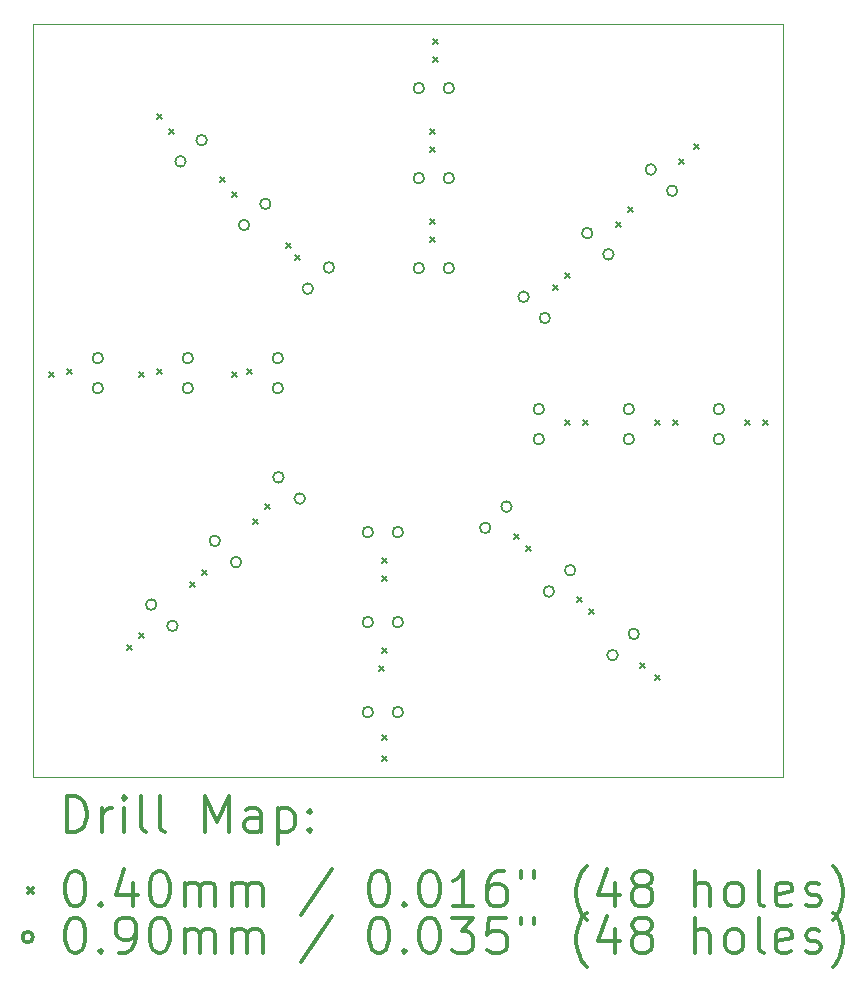
<source format=gbr>
%FSLAX45Y45*%
G04 Gerber Fmt 4.5, Leading zero omitted, Abs format (unit mm)*
G04 Created by KiCad (PCBNEW (5.1.9)-1) date 2025-04-10 23:31:55*
%MOMM*%
%LPD*%
G01*
G04 APERTURE LIST*
%TA.AperFunction,Profile*%
%ADD10C,0.050000*%
%TD*%
%ADD11C,0.200000*%
%ADD12C,0.300000*%
G04 APERTURE END LIST*
D10*
X19050000Y-7874000D02*
X19050000Y-11455400D01*
X12700000Y-7874000D02*
X19050000Y-7874000D01*
X12700000Y-14249400D02*
X12700000Y-7874000D01*
X19050000Y-14249400D02*
X12700000Y-14249400D01*
X19050000Y-11455400D02*
X19050000Y-14249400D01*
D11*
X12832400Y-10825800D02*
X12872400Y-10865800D01*
X12872400Y-10825800D02*
X12832400Y-10865800D01*
X12984800Y-10800400D02*
X13024800Y-10840400D01*
X13024800Y-10800400D02*
X12984800Y-10840400D01*
X13492800Y-13137200D02*
X13532800Y-13177200D01*
X13532800Y-13137200D02*
X13492800Y-13177200D01*
X13594400Y-10825800D02*
X13634400Y-10865800D01*
X13634400Y-10825800D02*
X13594400Y-10865800D01*
X13594400Y-13035600D02*
X13634400Y-13075600D01*
X13634400Y-13035600D02*
X13594400Y-13075600D01*
X13746800Y-8641400D02*
X13786800Y-8681400D01*
X13786800Y-8641400D02*
X13746800Y-8681400D01*
X13746800Y-10800400D02*
X13786800Y-10840400D01*
X13786800Y-10800400D02*
X13746800Y-10840400D01*
X13848400Y-8768400D02*
X13888400Y-8808400D01*
X13888400Y-8768400D02*
X13848400Y-8808400D01*
X14026200Y-12603800D02*
X14066200Y-12643800D01*
X14066200Y-12603800D02*
X14026200Y-12643800D01*
X14127800Y-12502200D02*
X14167800Y-12542200D01*
X14167800Y-12502200D02*
X14127800Y-12542200D01*
X14280200Y-9174800D02*
X14320200Y-9214800D01*
X14320200Y-9174800D02*
X14280200Y-9214800D01*
X14381800Y-9301800D02*
X14421800Y-9341800D01*
X14421800Y-9301800D02*
X14381800Y-9341800D01*
X14381800Y-10825800D02*
X14421800Y-10865800D01*
X14421800Y-10825800D02*
X14381800Y-10865800D01*
X14508800Y-10800400D02*
X14548800Y-10840400D01*
X14548800Y-10800400D02*
X14508800Y-10840400D01*
X14559600Y-12070400D02*
X14599600Y-12110400D01*
X14599600Y-12070400D02*
X14559600Y-12110400D01*
X14661200Y-11943400D02*
X14701200Y-11983400D01*
X14701200Y-11943400D02*
X14661200Y-11983400D01*
X14839000Y-9733600D02*
X14879000Y-9773600D01*
X14879000Y-9733600D02*
X14839000Y-9773600D01*
X14915200Y-9835200D02*
X14955200Y-9875200D01*
X14955200Y-9835200D02*
X14915200Y-9875200D01*
X15626400Y-13315000D02*
X15666400Y-13355000D01*
X15666400Y-13315000D02*
X15626400Y-13355000D01*
X15651800Y-12400600D02*
X15691800Y-12440600D01*
X15691800Y-12400600D02*
X15651800Y-12440600D01*
X15651800Y-12553000D02*
X15691800Y-12593000D01*
X15691800Y-12553000D02*
X15651800Y-12593000D01*
X15651800Y-13162600D02*
X15691800Y-13202600D01*
X15691800Y-13162600D02*
X15651800Y-13202600D01*
X15651800Y-13899200D02*
X15691800Y-13939200D01*
X15691800Y-13899200D02*
X15651800Y-13939200D01*
X15651800Y-14077000D02*
X15691800Y-14117000D01*
X15691800Y-14077000D02*
X15651800Y-14117000D01*
X16058200Y-8768400D02*
X16098200Y-8808400D01*
X16098200Y-8768400D02*
X16058200Y-8808400D01*
X16058200Y-8920800D02*
X16098200Y-8960800D01*
X16098200Y-8920800D02*
X16058200Y-8960800D01*
X16058200Y-9530400D02*
X16098200Y-9570400D01*
X16098200Y-9530400D02*
X16058200Y-9570400D01*
X16058200Y-9682800D02*
X16098200Y-9722800D01*
X16098200Y-9682800D02*
X16058200Y-9722800D01*
X16083600Y-8006400D02*
X16123600Y-8046400D01*
X16123600Y-8006400D02*
X16083600Y-8046400D01*
X16083600Y-8158800D02*
X16123600Y-8198800D01*
X16123600Y-8158800D02*
X16083600Y-8198800D01*
X16769400Y-12197400D02*
X16809400Y-12237400D01*
X16809400Y-12197400D02*
X16769400Y-12237400D01*
X16871000Y-12299000D02*
X16911000Y-12339000D01*
X16911000Y-12299000D02*
X16871000Y-12339000D01*
X17099600Y-10089200D02*
X17139600Y-10129200D01*
X17139600Y-10089200D02*
X17099600Y-10129200D01*
X17201200Y-9987600D02*
X17241200Y-10027600D01*
X17241200Y-9987600D02*
X17201200Y-10027600D01*
X17201200Y-11232200D02*
X17241200Y-11272200D01*
X17241200Y-11232200D02*
X17201200Y-11272200D01*
X17302800Y-12730800D02*
X17342800Y-12770800D01*
X17342800Y-12730800D02*
X17302800Y-12770800D01*
X17353600Y-11232200D02*
X17393600Y-11272200D01*
X17393600Y-11232200D02*
X17353600Y-11272200D01*
X17404400Y-12832400D02*
X17444400Y-12872400D01*
X17444400Y-12832400D02*
X17404400Y-12872400D01*
X17633000Y-9555800D02*
X17673000Y-9595800D01*
X17673000Y-9555800D02*
X17633000Y-9595800D01*
X17734600Y-9428800D02*
X17774600Y-9468800D01*
X17774600Y-9428800D02*
X17734600Y-9468800D01*
X17836200Y-13289600D02*
X17876200Y-13329600D01*
X17876200Y-13289600D02*
X17836200Y-13329600D01*
X17963200Y-11232200D02*
X18003200Y-11272200D01*
X18003200Y-11232200D02*
X17963200Y-11272200D01*
X17963200Y-13391200D02*
X18003200Y-13431200D01*
X18003200Y-13391200D02*
X17963200Y-13431200D01*
X18115600Y-11232200D02*
X18155600Y-11272200D01*
X18155600Y-11232200D02*
X18115600Y-11272200D01*
X18166400Y-9022400D02*
X18206400Y-9062400D01*
X18206400Y-9022400D02*
X18166400Y-9062400D01*
X18293400Y-8895400D02*
X18333400Y-8935400D01*
X18333400Y-8895400D02*
X18293400Y-8935400D01*
X18725200Y-11232200D02*
X18765200Y-11272200D01*
X18765200Y-11232200D02*
X18725200Y-11272200D01*
X18877600Y-11232200D02*
X18917600Y-11272200D01*
X18917600Y-11232200D02*
X18877600Y-11272200D01*
X13291100Y-10706100D02*
G75*
G03*
X13291100Y-10706100I-45000J0D01*
G01*
X13291100Y-10960100D02*
G75*
G03*
X13291100Y-10960100I-45000J0D01*
G01*
X13742811Y-12792853D02*
G75*
G03*
X13742811Y-12792853I-45000J0D01*
G01*
X13922416Y-12972458D02*
G75*
G03*
X13922416Y-12972458I-45000J0D01*
G01*
X13990956Y-9040631D02*
G75*
G03*
X13990956Y-9040631I-45000J0D01*
G01*
X14053100Y-10706100D02*
G75*
G03*
X14053100Y-10706100I-45000J0D01*
G01*
X14053100Y-10960100D02*
G75*
G03*
X14053100Y-10960100I-45000J0D01*
G01*
X14170561Y-8861026D02*
G75*
G03*
X14170561Y-8861026I-45000J0D01*
G01*
X14281627Y-12254038D02*
G75*
G03*
X14281627Y-12254038I-45000J0D01*
G01*
X14461232Y-12433643D02*
G75*
G03*
X14461232Y-12433643I-45000J0D01*
G01*
X14529771Y-9579446D02*
G75*
G03*
X14529771Y-9579446I-45000J0D01*
G01*
X14709376Y-9399841D02*
G75*
G03*
X14709376Y-9399841I-45000J0D01*
G01*
X14815100Y-10706100D02*
G75*
G03*
X14815100Y-10706100I-45000J0D01*
G01*
X14815100Y-10960100D02*
G75*
G03*
X14815100Y-10960100I-45000J0D01*
G01*
X14820442Y-11715223D02*
G75*
G03*
X14820442Y-11715223I-45000J0D01*
G01*
X15000047Y-11894828D02*
G75*
G03*
X15000047Y-11894828I-45000J0D01*
G01*
X15068587Y-10118262D02*
G75*
G03*
X15068587Y-10118262I-45000J0D01*
G01*
X15248192Y-9938656D02*
G75*
G03*
X15248192Y-9938656I-45000J0D01*
G01*
X15577100Y-12179300D02*
G75*
G03*
X15577100Y-12179300I-45000J0D01*
G01*
X15577100Y-12941300D02*
G75*
G03*
X15577100Y-12941300I-45000J0D01*
G01*
X15577100Y-13703300D02*
G75*
G03*
X15577100Y-13703300I-45000J0D01*
G01*
X15831100Y-12179300D02*
G75*
G03*
X15831100Y-12179300I-45000J0D01*
G01*
X15831100Y-12941300D02*
G75*
G03*
X15831100Y-12941300I-45000J0D01*
G01*
X15831100Y-13703300D02*
G75*
G03*
X15831100Y-13703300I-45000J0D01*
G01*
X16008900Y-8420100D02*
G75*
G03*
X16008900Y-8420100I-45000J0D01*
G01*
X16008900Y-9182100D02*
G75*
G03*
X16008900Y-9182100I-45000J0D01*
G01*
X16008900Y-9944100D02*
G75*
G03*
X16008900Y-9944100I-45000J0D01*
G01*
X16262900Y-8420100D02*
G75*
G03*
X16262900Y-8420100I-45000J0D01*
G01*
X16262900Y-9182100D02*
G75*
G03*
X16262900Y-9182100I-45000J0D01*
G01*
X16262900Y-9944100D02*
G75*
G03*
X16262900Y-9944100I-45000J0D01*
G01*
X16571502Y-12142928D02*
G75*
G03*
X16571502Y-12142928I-45000J0D01*
G01*
X16751107Y-11963323D02*
G75*
G03*
X16751107Y-11963323I-45000J0D01*
G01*
X16896059Y-10186757D02*
G75*
G03*
X16896059Y-10186757I-45000J0D01*
G01*
X17024900Y-11137900D02*
G75*
G03*
X17024900Y-11137900I-45000J0D01*
G01*
X17024900Y-11391900D02*
G75*
G03*
X17024900Y-11391900I-45000J0D01*
G01*
X17075664Y-10366362D02*
G75*
G03*
X17075664Y-10366362I-45000J0D01*
G01*
X17110318Y-12681744D02*
G75*
G03*
X17110318Y-12681744I-45000J0D01*
G01*
X17289923Y-12502138D02*
G75*
G03*
X17289923Y-12502138I-45000J0D01*
G01*
X17434874Y-9647942D02*
G75*
G03*
X17434874Y-9647942I-45000J0D01*
G01*
X17614479Y-9827547D02*
G75*
G03*
X17614479Y-9827547I-45000J0D01*
G01*
X17649133Y-13220559D02*
G75*
G03*
X17649133Y-13220559I-45000J0D01*
G01*
X17786900Y-11137900D02*
G75*
G03*
X17786900Y-11137900I-45000J0D01*
G01*
X17786900Y-11391900D02*
G75*
G03*
X17786900Y-11391900I-45000J0D01*
G01*
X17828738Y-13040954D02*
G75*
G03*
X17828738Y-13040954I-45000J0D01*
G01*
X17973690Y-9109126D02*
G75*
G03*
X17973690Y-9109126I-45000J0D01*
G01*
X18153295Y-9288731D02*
G75*
G03*
X18153295Y-9288731I-45000J0D01*
G01*
X18548900Y-11137900D02*
G75*
G03*
X18548900Y-11137900I-45000J0D01*
G01*
X18548900Y-11391900D02*
G75*
G03*
X18548900Y-11391900I-45000J0D01*
G01*
D12*
X12983928Y-14717614D02*
X12983928Y-14417614D01*
X13055357Y-14417614D01*
X13098214Y-14431900D01*
X13126786Y-14460471D01*
X13141071Y-14489043D01*
X13155357Y-14546186D01*
X13155357Y-14589043D01*
X13141071Y-14646186D01*
X13126786Y-14674757D01*
X13098214Y-14703329D01*
X13055357Y-14717614D01*
X12983928Y-14717614D01*
X13283928Y-14717614D02*
X13283928Y-14517614D01*
X13283928Y-14574757D02*
X13298214Y-14546186D01*
X13312500Y-14531900D01*
X13341071Y-14517614D01*
X13369643Y-14517614D01*
X13469643Y-14717614D02*
X13469643Y-14517614D01*
X13469643Y-14417614D02*
X13455357Y-14431900D01*
X13469643Y-14446186D01*
X13483928Y-14431900D01*
X13469643Y-14417614D01*
X13469643Y-14446186D01*
X13655357Y-14717614D02*
X13626786Y-14703329D01*
X13612500Y-14674757D01*
X13612500Y-14417614D01*
X13812500Y-14717614D02*
X13783928Y-14703329D01*
X13769643Y-14674757D01*
X13769643Y-14417614D01*
X14155357Y-14717614D02*
X14155357Y-14417614D01*
X14255357Y-14631900D01*
X14355357Y-14417614D01*
X14355357Y-14717614D01*
X14626786Y-14717614D02*
X14626786Y-14560471D01*
X14612500Y-14531900D01*
X14583928Y-14517614D01*
X14526786Y-14517614D01*
X14498214Y-14531900D01*
X14626786Y-14703329D02*
X14598214Y-14717614D01*
X14526786Y-14717614D01*
X14498214Y-14703329D01*
X14483928Y-14674757D01*
X14483928Y-14646186D01*
X14498214Y-14617614D01*
X14526786Y-14603329D01*
X14598214Y-14603329D01*
X14626786Y-14589043D01*
X14769643Y-14517614D02*
X14769643Y-14817614D01*
X14769643Y-14531900D02*
X14798214Y-14517614D01*
X14855357Y-14517614D01*
X14883928Y-14531900D01*
X14898214Y-14546186D01*
X14912500Y-14574757D01*
X14912500Y-14660471D01*
X14898214Y-14689043D01*
X14883928Y-14703329D01*
X14855357Y-14717614D01*
X14798214Y-14717614D01*
X14769643Y-14703329D01*
X15041071Y-14689043D02*
X15055357Y-14703329D01*
X15041071Y-14717614D01*
X15026786Y-14703329D01*
X15041071Y-14689043D01*
X15041071Y-14717614D01*
X15041071Y-14531900D02*
X15055357Y-14546186D01*
X15041071Y-14560471D01*
X15026786Y-14546186D01*
X15041071Y-14531900D01*
X15041071Y-14560471D01*
X12657500Y-15191900D02*
X12697500Y-15231900D01*
X12697500Y-15191900D02*
X12657500Y-15231900D01*
X13041071Y-15047614D02*
X13069643Y-15047614D01*
X13098214Y-15061900D01*
X13112500Y-15076186D01*
X13126786Y-15104757D01*
X13141071Y-15161900D01*
X13141071Y-15233329D01*
X13126786Y-15290471D01*
X13112500Y-15319043D01*
X13098214Y-15333329D01*
X13069643Y-15347614D01*
X13041071Y-15347614D01*
X13012500Y-15333329D01*
X12998214Y-15319043D01*
X12983928Y-15290471D01*
X12969643Y-15233329D01*
X12969643Y-15161900D01*
X12983928Y-15104757D01*
X12998214Y-15076186D01*
X13012500Y-15061900D01*
X13041071Y-15047614D01*
X13269643Y-15319043D02*
X13283928Y-15333329D01*
X13269643Y-15347614D01*
X13255357Y-15333329D01*
X13269643Y-15319043D01*
X13269643Y-15347614D01*
X13541071Y-15147614D02*
X13541071Y-15347614D01*
X13469643Y-15033329D02*
X13398214Y-15247614D01*
X13583928Y-15247614D01*
X13755357Y-15047614D02*
X13783928Y-15047614D01*
X13812500Y-15061900D01*
X13826786Y-15076186D01*
X13841071Y-15104757D01*
X13855357Y-15161900D01*
X13855357Y-15233329D01*
X13841071Y-15290471D01*
X13826786Y-15319043D01*
X13812500Y-15333329D01*
X13783928Y-15347614D01*
X13755357Y-15347614D01*
X13726786Y-15333329D01*
X13712500Y-15319043D01*
X13698214Y-15290471D01*
X13683928Y-15233329D01*
X13683928Y-15161900D01*
X13698214Y-15104757D01*
X13712500Y-15076186D01*
X13726786Y-15061900D01*
X13755357Y-15047614D01*
X13983928Y-15347614D02*
X13983928Y-15147614D01*
X13983928Y-15176186D02*
X13998214Y-15161900D01*
X14026786Y-15147614D01*
X14069643Y-15147614D01*
X14098214Y-15161900D01*
X14112500Y-15190471D01*
X14112500Y-15347614D01*
X14112500Y-15190471D02*
X14126786Y-15161900D01*
X14155357Y-15147614D01*
X14198214Y-15147614D01*
X14226786Y-15161900D01*
X14241071Y-15190471D01*
X14241071Y-15347614D01*
X14383928Y-15347614D02*
X14383928Y-15147614D01*
X14383928Y-15176186D02*
X14398214Y-15161900D01*
X14426786Y-15147614D01*
X14469643Y-15147614D01*
X14498214Y-15161900D01*
X14512500Y-15190471D01*
X14512500Y-15347614D01*
X14512500Y-15190471D02*
X14526786Y-15161900D01*
X14555357Y-15147614D01*
X14598214Y-15147614D01*
X14626786Y-15161900D01*
X14641071Y-15190471D01*
X14641071Y-15347614D01*
X15226786Y-15033329D02*
X14969643Y-15419043D01*
X15612500Y-15047614D02*
X15641071Y-15047614D01*
X15669643Y-15061900D01*
X15683928Y-15076186D01*
X15698214Y-15104757D01*
X15712500Y-15161900D01*
X15712500Y-15233329D01*
X15698214Y-15290471D01*
X15683928Y-15319043D01*
X15669643Y-15333329D01*
X15641071Y-15347614D01*
X15612500Y-15347614D01*
X15583928Y-15333329D01*
X15569643Y-15319043D01*
X15555357Y-15290471D01*
X15541071Y-15233329D01*
X15541071Y-15161900D01*
X15555357Y-15104757D01*
X15569643Y-15076186D01*
X15583928Y-15061900D01*
X15612500Y-15047614D01*
X15841071Y-15319043D02*
X15855357Y-15333329D01*
X15841071Y-15347614D01*
X15826786Y-15333329D01*
X15841071Y-15319043D01*
X15841071Y-15347614D01*
X16041071Y-15047614D02*
X16069643Y-15047614D01*
X16098214Y-15061900D01*
X16112500Y-15076186D01*
X16126786Y-15104757D01*
X16141071Y-15161900D01*
X16141071Y-15233329D01*
X16126786Y-15290471D01*
X16112500Y-15319043D01*
X16098214Y-15333329D01*
X16069643Y-15347614D01*
X16041071Y-15347614D01*
X16012500Y-15333329D01*
X15998214Y-15319043D01*
X15983928Y-15290471D01*
X15969643Y-15233329D01*
X15969643Y-15161900D01*
X15983928Y-15104757D01*
X15998214Y-15076186D01*
X16012500Y-15061900D01*
X16041071Y-15047614D01*
X16426786Y-15347614D02*
X16255357Y-15347614D01*
X16341071Y-15347614D02*
X16341071Y-15047614D01*
X16312500Y-15090471D01*
X16283928Y-15119043D01*
X16255357Y-15133329D01*
X16683928Y-15047614D02*
X16626786Y-15047614D01*
X16598214Y-15061900D01*
X16583928Y-15076186D01*
X16555357Y-15119043D01*
X16541071Y-15176186D01*
X16541071Y-15290471D01*
X16555357Y-15319043D01*
X16569643Y-15333329D01*
X16598214Y-15347614D01*
X16655357Y-15347614D01*
X16683928Y-15333329D01*
X16698214Y-15319043D01*
X16712500Y-15290471D01*
X16712500Y-15219043D01*
X16698214Y-15190471D01*
X16683928Y-15176186D01*
X16655357Y-15161900D01*
X16598214Y-15161900D01*
X16569643Y-15176186D01*
X16555357Y-15190471D01*
X16541071Y-15219043D01*
X16826786Y-15047614D02*
X16826786Y-15104757D01*
X16941071Y-15047614D02*
X16941071Y-15104757D01*
X17383928Y-15461900D02*
X17369643Y-15447614D01*
X17341071Y-15404757D01*
X17326786Y-15376186D01*
X17312500Y-15333329D01*
X17298214Y-15261900D01*
X17298214Y-15204757D01*
X17312500Y-15133329D01*
X17326786Y-15090471D01*
X17341071Y-15061900D01*
X17369643Y-15019043D01*
X17383928Y-15004757D01*
X17626786Y-15147614D02*
X17626786Y-15347614D01*
X17555357Y-15033329D02*
X17483928Y-15247614D01*
X17669643Y-15247614D01*
X17826786Y-15176186D02*
X17798214Y-15161900D01*
X17783928Y-15147614D01*
X17769643Y-15119043D01*
X17769643Y-15104757D01*
X17783928Y-15076186D01*
X17798214Y-15061900D01*
X17826786Y-15047614D01*
X17883928Y-15047614D01*
X17912500Y-15061900D01*
X17926786Y-15076186D01*
X17941071Y-15104757D01*
X17941071Y-15119043D01*
X17926786Y-15147614D01*
X17912500Y-15161900D01*
X17883928Y-15176186D01*
X17826786Y-15176186D01*
X17798214Y-15190471D01*
X17783928Y-15204757D01*
X17769643Y-15233329D01*
X17769643Y-15290471D01*
X17783928Y-15319043D01*
X17798214Y-15333329D01*
X17826786Y-15347614D01*
X17883928Y-15347614D01*
X17912500Y-15333329D01*
X17926786Y-15319043D01*
X17941071Y-15290471D01*
X17941071Y-15233329D01*
X17926786Y-15204757D01*
X17912500Y-15190471D01*
X17883928Y-15176186D01*
X18298214Y-15347614D02*
X18298214Y-15047614D01*
X18426786Y-15347614D02*
X18426786Y-15190471D01*
X18412500Y-15161900D01*
X18383928Y-15147614D01*
X18341071Y-15147614D01*
X18312500Y-15161900D01*
X18298214Y-15176186D01*
X18612500Y-15347614D02*
X18583928Y-15333329D01*
X18569643Y-15319043D01*
X18555357Y-15290471D01*
X18555357Y-15204757D01*
X18569643Y-15176186D01*
X18583928Y-15161900D01*
X18612500Y-15147614D01*
X18655357Y-15147614D01*
X18683928Y-15161900D01*
X18698214Y-15176186D01*
X18712500Y-15204757D01*
X18712500Y-15290471D01*
X18698214Y-15319043D01*
X18683928Y-15333329D01*
X18655357Y-15347614D01*
X18612500Y-15347614D01*
X18883928Y-15347614D02*
X18855357Y-15333329D01*
X18841071Y-15304757D01*
X18841071Y-15047614D01*
X19112500Y-15333329D02*
X19083928Y-15347614D01*
X19026786Y-15347614D01*
X18998214Y-15333329D01*
X18983928Y-15304757D01*
X18983928Y-15190471D01*
X18998214Y-15161900D01*
X19026786Y-15147614D01*
X19083928Y-15147614D01*
X19112500Y-15161900D01*
X19126786Y-15190471D01*
X19126786Y-15219043D01*
X18983928Y-15247614D01*
X19241071Y-15333329D02*
X19269643Y-15347614D01*
X19326786Y-15347614D01*
X19355357Y-15333329D01*
X19369643Y-15304757D01*
X19369643Y-15290471D01*
X19355357Y-15261900D01*
X19326786Y-15247614D01*
X19283928Y-15247614D01*
X19255357Y-15233329D01*
X19241071Y-15204757D01*
X19241071Y-15190471D01*
X19255357Y-15161900D01*
X19283928Y-15147614D01*
X19326786Y-15147614D01*
X19355357Y-15161900D01*
X19469643Y-15461900D02*
X19483928Y-15447614D01*
X19512500Y-15404757D01*
X19526786Y-15376186D01*
X19541071Y-15333329D01*
X19555357Y-15261900D01*
X19555357Y-15204757D01*
X19541071Y-15133329D01*
X19526786Y-15090471D01*
X19512500Y-15061900D01*
X19483928Y-15019043D01*
X19469643Y-15004757D01*
X12697500Y-15607900D02*
G75*
G03*
X12697500Y-15607900I-45000J0D01*
G01*
X13041071Y-15443614D02*
X13069643Y-15443614D01*
X13098214Y-15457900D01*
X13112500Y-15472186D01*
X13126786Y-15500757D01*
X13141071Y-15557900D01*
X13141071Y-15629329D01*
X13126786Y-15686471D01*
X13112500Y-15715043D01*
X13098214Y-15729329D01*
X13069643Y-15743614D01*
X13041071Y-15743614D01*
X13012500Y-15729329D01*
X12998214Y-15715043D01*
X12983928Y-15686471D01*
X12969643Y-15629329D01*
X12969643Y-15557900D01*
X12983928Y-15500757D01*
X12998214Y-15472186D01*
X13012500Y-15457900D01*
X13041071Y-15443614D01*
X13269643Y-15715043D02*
X13283928Y-15729329D01*
X13269643Y-15743614D01*
X13255357Y-15729329D01*
X13269643Y-15715043D01*
X13269643Y-15743614D01*
X13426786Y-15743614D02*
X13483928Y-15743614D01*
X13512500Y-15729329D01*
X13526786Y-15715043D01*
X13555357Y-15672186D01*
X13569643Y-15615043D01*
X13569643Y-15500757D01*
X13555357Y-15472186D01*
X13541071Y-15457900D01*
X13512500Y-15443614D01*
X13455357Y-15443614D01*
X13426786Y-15457900D01*
X13412500Y-15472186D01*
X13398214Y-15500757D01*
X13398214Y-15572186D01*
X13412500Y-15600757D01*
X13426786Y-15615043D01*
X13455357Y-15629329D01*
X13512500Y-15629329D01*
X13541071Y-15615043D01*
X13555357Y-15600757D01*
X13569643Y-15572186D01*
X13755357Y-15443614D02*
X13783928Y-15443614D01*
X13812500Y-15457900D01*
X13826786Y-15472186D01*
X13841071Y-15500757D01*
X13855357Y-15557900D01*
X13855357Y-15629329D01*
X13841071Y-15686471D01*
X13826786Y-15715043D01*
X13812500Y-15729329D01*
X13783928Y-15743614D01*
X13755357Y-15743614D01*
X13726786Y-15729329D01*
X13712500Y-15715043D01*
X13698214Y-15686471D01*
X13683928Y-15629329D01*
X13683928Y-15557900D01*
X13698214Y-15500757D01*
X13712500Y-15472186D01*
X13726786Y-15457900D01*
X13755357Y-15443614D01*
X13983928Y-15743614D02*
X13983928Y-15543614D01*
X13983928Y-15572186D02*
X13998214Y-15557900D01*
X14026786Y-15543614D01*
X14069643Y-15543614D01*
X14098214Y-15557900D01*
X14112500Y-15586471D01*
X14112500Y-15743614D01*
X14112500Y-15586471D02*
X14126786Y-15557900D01*
X14155357Y-15543614D01*
X14198214Y-15543614D01*
X14226786Y-15557900D01*
X14241071Y-15586471D01*
X14241071Y-15743614D01*
X14383928Y-15743614D02*
X14383928Y-15543614D01*
X14383928Y-15572186D02*
X14398214Y-15557900D01*
X14426786Y-15543614D01*
X14469643Y-15543614D01*
X14498214Y-15557900D01*
X14512500Y-15586471D01*
X14512500Y-15743614D01*
X14512500Y-15586471D02*
X14526786Y-15557900D01*
X14555357Y-15543614D01*
X14598214Y-15543614D01*
X14626786Y-15557900D01*
X14641071Y-15586471D01*
X14641071Y-15743614D01*
X15226786Y-15429329D02*
X14969643Y-15815043D01*
X15612500Y-15443614D02*
X15641071Y-15443614D01*
X15669643Y-15457900D01*
X15683928Y-15472186D01*
X15698214Y-15500757D01*
X15712500Y-15557900D01*
X15712500Y-15629329D01*
X15698214Y-15686471D01*
X15683928Y-15715043D01*
X15669643Y-15729329D01*
X15641071Y-15743614D01*
X15612500Y-15743614D01*
X15583928Y-15729329D01*
X15569643Y-15715043D01*
X15555357Y-15686471D01*
X15541071Y-15629329D01*
X15541071Y-15557900D01*
X15555357Y-15500757D01*
X15569643Y-15472186D01*
X15583928Y-15457900D01*
X15612500Y-15443614D01*
X15841071Y-15715043D02*
X15855357Y-15729329D01*
X15841071Y-15743614D01*
X15826786Y-15729329D01*
X15841071Y-15715043D01*
X15841071Y-15743614D01*
X16041071Y-15443614D02*
X16069643Y-15443614D01*
X16098214Y-15457900D01*
X16112500Y-15472186D01*
X16126786Y-15500757D01*
X16141071Y-15557900D01*
X16141071Y-15629329D01*
X16126786Y-15686471D01*
X16112500Y-15715043D01*
X16098214Y-15729329D01*
X16069643Y-15743614D01*
X16041071Y-15743614D01*
X16012500Y-15729329D01*
X15998214Y-15715043D01*
X15983928Y-15686471D01*
X15969643Y-15629329D01*
X15969643Y-15557900D01*
X15983928Y-15500757D01*
X15998214Y-15472186D01*
X16012500Y-15457900D01*
X16041071Y-15443614D01*
X16241071Y-15443614D02*
X16426786Y-15443614D01*
X16326786Y-15557900D01*
X16369643Y-15557900D01*
X16398214Y-15572186D01*
X16412500Y-15586471D01*
X16426786Y-15615043D01*
X16426786Y-15686471D01*
X16412500Y-15715043D01*
X16398214Y-15729329D01*
X16369643Y-15743614D01*
X16283928Y-15743614D01*
X16255357Y-15729329D01*
X16241071Y-15715043D01*
X16698214Y-15443614D02*
X16555357Y-15443614D01*
X16541071Y-15586471D01*
X16555357Y-15572186D01*
X16583928Y-15557900D01*
X16655357Y-15557900D01*
X16683928Y-15572186D01*
X16698214Y-15586471D01*
X16712500Y-15615043D01*
X16712500Y-15686471D01*
X16698214Y-15715043D01*
X16683928Y-15729329D01*
X16655357Y-15743614D01*
X16583928Y-15743614D01*
X16555357Y-15729329D01*
X16541071Y-15715043D01*
X16826786Y-15443614D02*
X16826786Y-15500757D01*
X16941071Y-15443614D02*
X16941071Y-15500757D01*
X17383928Y-15857900D02*
X17369643Y-15843614D01*
X17341071Y-15800757D01*
X17326786Y-15772186D01*
X17312500Y-15729329D01*
X17298214Y-15657900D01*
X17298214Y-15600757D01*
X17312500Y-15529329D01*
X17326786Y-15486471D01*
X17341071Y-15457900D01*
X17369643Y-15415043D01*
X17383928Y-15400757D01*
X17626786Y-15543614D02*
X17626786Y-15743614D01*
X17555357Y-15429329D02*
X17483928Y-15643614D01*
X17669643Y-15643614D01*
X17826786Y-15572186D02*
X17798214Y-15557900D01*
X17783928Y-15543614D01*
X17769643Y-15515043D01*
X17769643Y-15500757D01*
X17783928Y-15472186D01*
X17798214Y-15457900D01*
X17826786Y-15443614D01*
X17883928Y-15443614D01*
X17912500Y-15457900D01*
X17926786Y-15472186D01*
X17941071Y-15500757D01*
X17941071Y-15515043D01*
X17926786Y-15543614D01*
X17912500Y-15557900D01*
X17883928Y-15572186D01*
X17826786Y-15572186D01*
X17798214Y-15586471D01*
X17783928Y-15600757D01*
X17769643Y-15629329D01*
X17769643Y-15686471D01*
X17783928Y-15715043D01*
X17798214Y-15729329D01*
X17826786Y-15743614D01*
X17883928Y-15743614D01*
X17912500Y-15729329D01*
X17926786Y-15715043D01*
X17941071Y-15686471D01*
X17941071Y-15629329D01*
X17926786Y-15600757D01*
X17912500Y-15586471D01*
X17883928Y-15572186D01*
X18298214Y-15743614D02*
X18298214Y-15443614D01*
X18426786Y-15743614D02*
X18426786Y-15586471D01*
X18412500Y-15557900D01*
X18383928Y-15543614D01*
X18341071Y-15543614D01*
X18312500Y-15557900D01*
X18298214Y-15572186D01*
X18612500Y-15743614D02*
X18583928Y-15729329D01*
X18569643Y-15715043D01*
X18555357Y-15686471D01*
X18555357Y-15600757D01*
X18569643Y-15572186D01*
X18583928Y-15557900D01*
X18612500Y-15543614D01*
X18655357Y-15543614D01*
X18683928Y-15557900D01*
X18698214Y-15572186D01*
X18712500Y-15600757D01*
X18712500Y-15686471D01*
X18698214Y-15715043D01*
X18683928Y-15729329D01*
X18655357Y-15743614D01*
X18612500Y-15743614D01*
X18883928Y-15743614D02*
X18855357Y-15729329D01*
X18841071Y-15700757D01*
X18841071Y-15443614D01*
X19112500Y-15729329D02*
X19083928Y-15743614D01*
X19026786Y-15743614D01*
X18998214Y-15729329D01*
X18983928Y-15700757D01*
X18983928Y-15586471D01*
X18998214Y-15557900D01*
X19026786Y-15543614D01*
X19083928Y-15543614D01*
X19112500Y-15557900D01*
X19126786Y-15586471D01*
X19126786Y-15615043D01*
X18983928Y-15643614D01*
X19241071Y-15729329D02*
X19269643Y-15743614D01*
X19326786Y-15743614D01*
X19355357Y-15729329D01*
X19369643Y-15700757D01*
X19369643Y-15686471D01*
X19355357Y-15657900D01*
X19326786Y-15643614D01*
X19283928Y-15643614D01*
X19255357Y-15629329D01*
X19241071Y-15600757D01*
X19241071Y-15586471D01*
X19255357Y-15557900D01*
X19283928Y-15543614D01*
X19326786Y-15543614D01*
X19355357Y-15557900D01*
X19469643Y-15857900D02*
X19483928Y-15843614D01*
X19512500Y-15800757D01*
X19526786Y-15772186D01*
X19541071Y-15729329D01*
X19555357Y-15657900D01*
X19555357Y-15600757D01*
X19541071Y-15529329D01*
X19526786Y-15486471D01*
X19512500Y-15457900D01*
X19483928Y-15415043D01*
X19469643Y-15400757D01*
M02*

</source>
